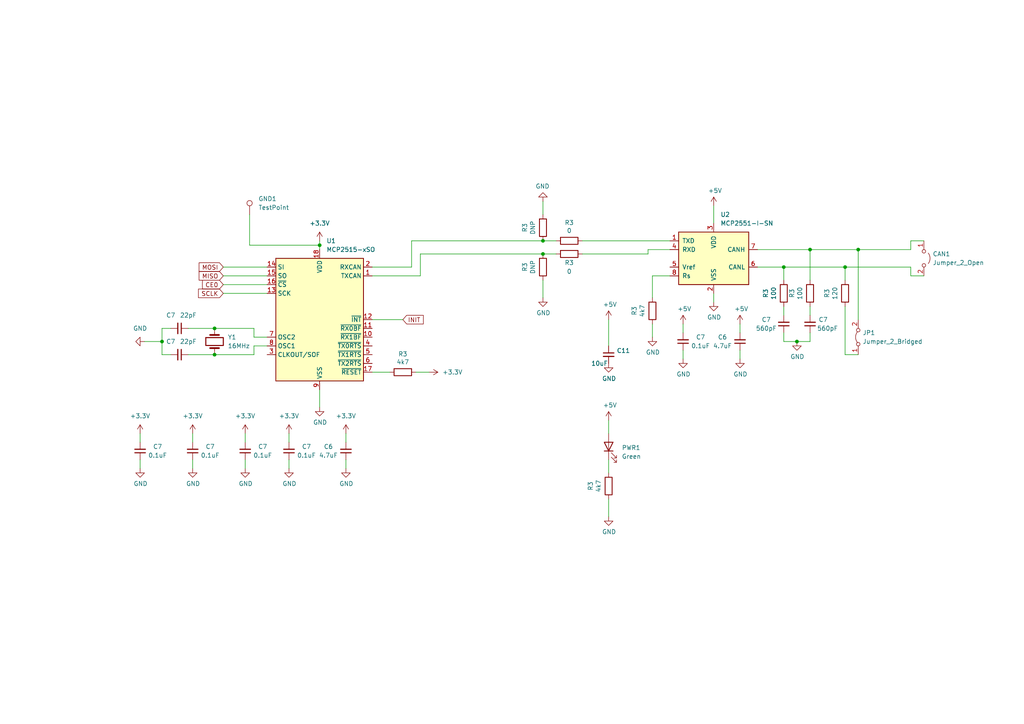
<source format=kicad_sch>
(kicad_sch (version 20230121) (generator eeschema)
  (paper "A4")
  (lib_symbols
    (symbol "Connector:TestPoint" (pin_numbers hide) (pin_names (offset 0.762) hide)
      (property "Reference" "TP" (at 0 6.858 0))
      (property "Value" "TestPoint" (at 0 5.08 0))
      (symbol "TestPoint_0_1"
        (circle (center 0 3.302) (radius 0.762))
      )
      (symbol "TestPoint_1_1"
        (pin passive line (at 0 0 90) (length 2.54) (name "1") (number "1"))
      )
    )
    (symbol "Device:C_Small" (pin_numbers hide) (pin_names (offset 0.254) hide)
      (property "Reference" "C" (at 0.254 1.778 0))
      (property "Value" "C_Small" (at 0.254 -2.032 0))
      (symbol "C_Small_0_1"
        (polyline (pts (xy -1.524 -0.508) (xy 1.524 -0.508)) (stroke (width 0.3302)))
        (polyline (pts (xy -1.524 0.508) (xy 1.524 0.508)) (stroke (width 0.3048)))
      )
      (symbol "C_Small_1_1"
        (pin passive line (at 0 2.54 270) (length 2.032) (name "~") (number "1"))
        (pin passive line (at 0 -2.54 90) (length 2.032) (name "~") (number "2"))
      )
    )
    (symbol "Device:Crystal" (pin_numbers hide) (pin_names (offset 1.016) hide)
      (property "Reference" "Y" (at 0 3.81 0))
      (property "Value" "Crystal" (at 0 -3.81 0))
      (symbol "Crystal_0_1"
        (rectangle (start -1.143 2.54) (end 1.143 -2.54) (stroke (width 0.3048)))
        (polyline (pts (xy -2.54 0) (xy -1.905 0)))
        (polyline (pts (xy -1.905 -1.27) (xy -1.905 1.27)) (stroke (width 0.508)))
        (polyline (pts (xy 1.905 -1.27) (xy 1.905 1.27)) (stroke (width 0.508)))
        (polyline (pts (xy 2.54 0) (xy 1.905 0)))
      )
      (symbol "Crystal_1_1"
        (pin passive line (at -3.81 0 0) (length 1.27) (name "1") (number "1"))
        (pin passive line (at 3.81 0 180) (length 1.27) (name "2") (number "2"))
      )
    )
    (symbol "Device:LED" (pin_numbers hide) (pin_names (offset 1.016) hide)
      (property "Reference" "D" (at 0 2.54 0))
      (property "Value" "LED" (at 0 -2.54 0))
      (symbol "LED_0_1"
        (polyline (pts (xy -1.27 -1.27) (xy -1.27 1.27)) (stroke (width 0.254)))
        (polyline (pts (xy -1.27 0) (xy 1.27 0)))
        (polyline (pts (xy 1.27 -1.27) (xy 1.27 1.27) (xy -1.27 0) (xy 1.27 -1.27)) (stroke (width 0.254)))
        (polyline (pts (xy -3.048 -0.762) (xy -4.572 -2.286) (xy -3.81 -2.286) (xy -4.572 -2.286) (xy -4.572 -1.524)))
        (polyline (pts (xy -1.778 -0.762) (xy -3.302 -2.286) (xy -2.54 -2.286) (xy -3.302 -2.286) (xy -3.302 -1.524)))
      )
      (symbol "LED_1_1"
        (pin passive line (at -3.81 0 0) (length 2.54) (name "K") (number "1"))
        (pin passive line (at 3.81 0 180) (length 2.54) (name "A") (number "2"))
      )
    )
    (symbol "Device:R" (pin_numbers hide) (pin_names (offset 0))
      (property "Reference" "R" (at 2.032 0 90))
      (property "Value" "R" (at 0 0 90))
      (symbol "R_0_1"
        (rectangle (start -1.016 -2.54) (end 1.016 2.54) (stroke (width 0.254)))
      )
      (symbol "R_1_1"
        (pin passive line (at 0 3.81 270) (length 1.27) (name "~") (number "1"))
        (pin passive line (at 0 -3.81 90) (length 1.27) (name "~") (number "2"))
      )
    )
    (symbol "Interface_CAN_LIN:MCP2515-xSO"
      (property "Reference" "U" (at -10.16 19.685 0))
      (property "Value" "MCP2515-xSO" (at 19.05 20.32 0))
      (symbol "MCP2515-xSO_0_1"
        (rectangle (start -12.7 17.78) (end 12.7 -17.78) (stroke (width 0.254)) (fill (type background)))
      )
      (symbol "MCP2515-xSO_1_1"
        (pin output line (at 15.24 12.7 180) (length 2.54) (name "TXCAN") (number "1"))
        (pin output line (at 15.24 -5.08 180) (length 2.54) (name "~{RX1BF}") (number "10"))
        (pin output line (at 15.24 -2.54 180) (length 2.54) (name "~{RX0BF}") (number "11"))
        (pin output line (at 15.24 0 180) (length 2.54) (name "~{INT}") (number "12"))
        (pin input line (at -15.24 7.62 0) (length 2.54) (name "SCK") (number "13"))
        (pin input line (at -15.24 15.24 0) (length 2.54) (name "SI") (number "14"))
        (pin output line (at -15.24 12.7 0) (length 2.54) (name "SO") (number "15"))
        (pin input line (at -15.24 10.16 0) (length 2.54) (name "~{CS}") (number "16"))
        (pin input line (at 15.24 -15.24 180) (length 2.54) (name "~{RESET}") (number "17"))
        (pin power_in line (at 0 20.32 270) (length 2.54) (name "VDD") (number "18"))
        (pin input line (at 15.24 15.24 180) (length 2.54) (name "RXCAN") (number "2"))
        (pin output line (at -15.24 -10.16 0) (length 2.54) (name "CLKOUT/SOF") (number "3"))
        (pin input line (at 15.24 -7.62 180) (length 2.54) (name "~{TX0RTS}") (number "4"))
        (pin input line (at 15.24 -10.16 180) (length 2.54) (name "~{TX1RTS}") (number "5"))
        (pin input line (at 15.24 -12.7 180) (length 2.54) (name "~{TX2RTS}") (number "6"))
        (pin output line (at -15.24 -5.08 0) (length 2.54) (name "OSC2") (number "7"))
        (pin input line (at -15.24 -7.62 0) (length 2.54) (name "OSC1") (number "8"))
        (pin power_in line (at 0 -20.32 90) (length 2.54) (name "VSS") (number "9"))
      )
    )
    (symbol "Interface_CAN_LIN:MCP2551-I-SN" (pin_names (offset 1.016))
      (property "Reference" "U" (at -10.16 8.89 0))
      (property "Value" "MCP2551-I-SN" (at 2.54 8.89 0))
      (symbol "MCP2551-I-SN_0_1"
        (rectangle (start -10.16 7.62) (end 10.16 -7.62) (stroke (width 0.254)) (fill (type background)))
      )
      (symbol "MCP2551-I-SN_1_1"
        (pin input line (at -12.7 5.08 0) (length 2.54) (name "TXD") (number "1"))
        (pin power_in line (at 0 -10.16 90) (length 2.54) (name "VSS") (number "2"))
        (pin power_in line (at 0 10.16 270) (length 2.54) (name "VDD") (number "3"))
        (pin output line (at -12.7 2.54 0) (length 2.54) (name "RXD") (number "4"))
        (pin power_out line (at -12.7 -2.54 0) (length 2.54) (name "Vref") (number "5"))
        (pin bidirectional line (at 12.7 -2.54 180) (length 2.54) (name "CANL") (number "6"))
        (pin bidirectional line (at 12.7 2.54 180) (length 2.54) (name "CANH") (number "7"))
        (pin input line (at -12.7 -5.08 0) (length 2.54) (name "Rs") (number "8"))
      )
    )
    (symbol "Jumper:Jumper_2_Bridged" (pin_names (offset 0) hide)
      (property "Reference" "JP" (at 0 1.905 0))
      (property "Value" "Jumper_2_Bridged" (at 0 -2.54 0))
      (symbol "Jumper_2_Bridged_0_0"
        (circle (center -2.032 0) (radius 0.508))
        (circle (center 2.032 0) (radius 0.508))
      )
      (symbol "Jumper_2_Bridged_0_1"
        (arc (start 1.524 0.254) (mid 0 0.762) (end -1.524 0.254))
      )
      (symbol "Jumper_2_Bridged_1_1"
        (pin passive line (at -5.08 0 0) (length 2.54) (name "A") (number "1"))
        (pin passive line (at 5.08 0 180) (length 2.54) (name "B") (number "2"))
      )
    )
    (symbol "Jumper:Jumper_2_Open" (pin_names (offset 0) hide)
      (property "Reference" "JP" (at 0 2.794 0))
      (property "Value" "Jumper_2_Open" (at 0 -2.286 0))
      (symbol "Jumper_2_Open_0_0"
        (circle (center -2.032 0) (radius 0.508))
        (circle (center 2.032 0) (radius 0.508))
      )
      (symbol "Jumper_2_Open_0_1"
        (arc (start 1.524 1.27) (mid 0 1.778) (end -1.524 1.27))
      )
      (symbol "Jumper_2_Open_1_1"
        (pin passive line (at -5.08 0 0) (length 2.54) (name "A") (number "1"))
        (pin passive line (at 5.08 0 180) (length 2.54) (name "B") (number "2"))
      )
    )
    (symbol "power:+3.3V" (power) (pin_names (offset 0))
      (property "Value" "+3.3V" (at 0 3.556 0))
      (symbol "+3.3V_0_1"
        (polyline (pts (xy -0.762 1.27) (xy 0 2.54)))
        (polyline (pts (xy 0 0) (xy 0 2.54)))
        (polyline (pts (xy 0 2.54) (xy 0.762 1.27)))
      )
      (symbol "+3.3V_1_1"
        (pin power_in line (at 0 0 90) (length 0) hide (name "+3.3V") (number "1"))
      )
    )
    (symbol "power:+5V" (power) (pin_names (offset 0))
      (property "Value" "+5V" (at 0 3.556 0))
      (symbol "+5V_0_1"
        (polyline (pts (xy -0.762 1.27) (xy 0 2.54)))
        (polyline (pts (xy 0 0) (xy 0 2.54)))
        (polyline (pts (xy 0 2.54) (xy 0.762 1.27)))
      )
      (symbol "+5V_1_1"
        (pin power_in line (at 0 0 90) (length 0) hide (name "+5V") (number "1"))
      )
    )
    (symbol "power:GND" (power) (pin_names (offset 0))
      (property "Value" "GND" (at 0 -3.81 0))
      (symbol "GND_0_1"
        (polyline (pts (xy 0 0) (xy 0 -1.27) (xy 1.27 -1.27) (xy 0 -2.54) (xy -1.27 -1.27) (xy 0 -1.27)))
      )
      (symbol "GND_1_1"
        (pin power_in line (at 0 0 270) (length 0) hide (name "GND") (number "1"))
      )
    )
  )
  (junction (at 234.95 72.39))
  (junction (at 227.33 77.47))
  (junction (at 248.92 72.39))
  (junction (at 231.14 99.06))
  (junction (at 157.48 69.85))
  (junction (at 157.48 73.66))
  (junction (at 245.11 77.47))
  (junction (at 46.99 99.06))
  (junction (at 62.23 102.87))
  (junction (at 92.71 71.12))
  (junction (at 62.23 95.25))
  (wire (pts (xy 207.01 59.69) (xy 207.01 64.77)))
  (wire (pts (xy 92.71 69.85) (xy 92.71 71.12)))
  (wire (pts (xy 121.92 80.01) (xy 121.92 73.66)))
  (wire (pts (xy 264.16 72.39) (xy 248.92 72.39)))
  (wire (pts (xy 194.31 80.01) (xy 189.23 80.01)))
  (wire (pts (xy 64.77 80.01) (xy 77.47 80.01)))
  (wire (pts (xy 234.95 72.39) (xy 248.92 72.39)))
  (wire (pts (xy 73.66 97.79) (xy 73.66 95.25)))
  (wire (pts (xy 71.12 125.73) (xy 71.12 128.27)))
  (wire (pts (xy 72.39 71.12) (xy 92.71 71.12)))
  (wire (pts (xy 207.01 85.09) (xy 207.01 87.63)))
  (wire (pts (xy 54.61 95.25) (xy 62.23 95.25)))
  (wire (pts (xy 64.77 82.55) (xy 77.47 82.55)))
  (wire (pts (xy 41.91 99.06) (xy 46.99 99.06)))
  (wire (pts (xy 264.16 72.39) (xy 264.16 69.85)))
  (wire (pts (xy 227.33 99.06) (xy 231.14 99.06)))
  (wire (pts (xy 264.16 69.85) (xy 267.97 69.85)))
  (wire (pts (xy 214.63 101.6) (xy 214.63 104.14)))
  (wire (pts (xy 100.33 125.73) (xy 100.33 128.27)))
  (wire (pts (xy 198.12 101.6) (xy 198.12 104.14)))
  (wire (pts (xy 55.88 125.73) (xy 55.88 128.27)))
  (wire (pts (xy 73.66 100.33) (xy 73.66 102.87)))
  (wire (pts (xy 264.16 80.01) (xy 267.97 80.01)))
  (wire (pts (xy 187.96 72.39) (xy 187.96 73.66)))
  (wire (pts (xy 119.38 77.47) (xy 119.38 69.85)))
  (wire (pts (xy 73.66 95.25) (xy 62.23 95.25)))
  (wire (pts (xy 176.53 133.35) (xy 176.53 137.16)))
  (wire (pts (xy 107.95 107.95) (xy 113.03 107.95)))
  (wire (pts (xy 176.53 144.78) (xy 176.53 149.86)))
  (wire (pts (xy 49.53 95.25) (xy 46.99 95.25)))
  (wire (pts (xy 72.39 62.23) (xy 72.39 71.12)))
  (wire (pts (xy 46.99 99.06) (xy 46.99 102.87)))
  (wire (pts (xy 227.33 88.9) (xy 227.33 91.44)))
  (wire (pts (xy 189.23 93.98) (xy 189.23 97.79)))
  (wire (pts (xy 234.95 99.06) (xy 231.14 99.06)))
  (wire (pts (xy 245.11 77.47) (xy 264.16 77.47)))
  (wire (pts (xy 73.66 102.87) (xy 62.23 102.87)))
  (wire (pts (xy 121.92 73.66) (xy 157.48 73.66)))
  (wire (pts (xy 107.95 77.47) (xy 119.38 77.47)))
  (wire (pts (xy 176.53 92.71) (xy 176.53 100.33)))
  (wire (pts (xy 198.12 93.98) (xy 198.12 96.52)))
  (wire (pts (xy 120.65 107.95) (xy 124.46 107.95)))
  (wire (pts (xy 227.33 77.47) (xy 227.33 81.28)))
  (wire (pts (xy 194.31 72.39) (xy 187.96 72.39)))
  (wire (pts (xy 157.48 69.85) (xy 161.29 69.85)))
  (wire (pts (xy 245.11 102.87) (xy 248.92 102.87)))
  (wire (pts (xy 245.11 88.9) (xy 245.11 102.87)))
  (wire (pts (xy 54.61 102.87) (xy 62.23 102.87)))
  (wire (pts (xy 214.63 93.98) (xy 214.63 96.52)))
  (wire (pts (xy 219.71 77.47) (xy 227.33 77.47)))
  (wire (pts (xy 227.33 96.52) (xy 227.33 99.06)))
  (wire (pts (xy 46.99 95.25) (xy 46.99 99.06)))
  (wire (pts (xy 157.48 58.42) (xy 157.48 62.23)))
  (wire (pts (xy 55.88 133.35) (xy 55.88 135.89)))
  (wire (pts (xy 187.96 73.66) (xy 168.91 73.66)))
  (wire (pts (xy 71.12 133.35) (xy 71.12 135.89)))
  (wire (pts (xy 100.33 133.35) (xy 100.33 135.89)))
  (wire (pts (xy 245.11 81.28) (xy 245.11 77.47)))
  (wire (pts (xy 64.77 85.09) (xy 77.47 85.09)))
  (wire (pts (xy 119.38 69.85) (xy 157.48 69.85)))
  (wire (pts (xy 107.95 92.71) (xy 116.84 92.71)))
  (wire (pts (xy 176.53 121.92) (xy 176.53 125.73)))
  (wire (pts (xy 219.71 72.39) (xy 234.95 72.39)))
  (wire (pts (xy 40.64 133.35) (xy 40.64 135.89)))
  (wire (pts (xy 77.47 97.79) (xy 73.66 97.79)))
  (wire (pts (xy 77.47 100.33) (xy 73.66 100.33)))
  (wire (pts (xy 92.71 113.03) (xy 92.71 118.11)))
  (wire (pts (xy 157.48 81.28) (xy 157.48 86.36)))
  (wire (pts (xy 83.82 125.73) (xy 83.82 128.27)))
  (wire (pts (xy 234.95 88.9) (xy 234.95 91.44)))
  (wire (pts (xy 264.16 77.47) (xy 264.16 80.01)))
  (wire (pts (xy 46.99 102.87) (xy 49.53 102.87)))
  (wire (pts (xy 64.77 77.47) (xy 77.47 77.47)))
  (wire (pts (xy 107.95 80.01) (xy 121.92 80.01)))
  (wire (pts (xy 157.48 73.66) (xy 161.29 73.66)))
  (wire (pts (xy 92.71 71.12) (xy 92.71 72.39)))
  (wire (pts (xy 168.91 69.85) (xy 194.31 69.85)))
  (wire (pts (xy 189.23 80.01) (xy 189.23 86.36)))
  (wire (pts (xy 245.11 77.47) (xy 227.33 77.47)))
  (wire (pts (xy 234.95 96.52) (xy 234.95 99.06)))
  (wire (pts (xy 248.92 72.39) (xy 248.92 92.71)))
  (wire (pts (xy 83.82 133.35) (xy 83.82 135.89)))
  (wire (pts (xy 40.64 125.73) (xy 40.64 128.27)))
  (wire (pts (xy 234.95 72.39) (xy 234.95 81.28)))
  (global_label "MISO" (shape input) (at 64.77 80.01 180) (property "Intersheetrefs" "${INTERSHEET_REFS}" (effects hide)))
  (global_label "INIT" (shape input) (at 116.84 92.71 0) (property "Intersheetrefs" "${INTERSHEET_REFS}" (effects hide)))
  (global_label "CE0" (shape input) (at 64.77 82.55 180) (property "Intersheetrefs" "${INTERSHEET_REFS}" (effects hide)))
  (global_label "SCLK" (shape input) (at 64.77 85.09 180) (property "Intersheetrefs" "${INTERSHEET_REFS}" (effects hide)))
  (global_label "MOSI" (shape input) (at 64.77 77.47 180) (property "Intersheetrefs" "${INTERSHEET_REFS}" (effects hide)))
  (symbol (lib_id "power:+5V") (at 214.63 93.98 0) (unit 1)
    (property "Reference" "#PWR08" (effects hide))
    (property "Value" "+5V" (at 215.011 89.5858 0))
    (instances (project "LTP305_ESP32_CLOCK" (path "" (reference "#PWR08") (unit 1))) (project "ltp_kikad" (path "" (reference "#PWR035") (unit 1)) (path "" (reference "#PWR049") (unit 1))))
  )
  (symbol (lib_id "power:GND") (at 40.64 135.89 0) (unit 1)
    (property "Reference" "#PWR09" (effects hide))
    (property "Value" "GND" (at 40.767 140.2842 0))
    (instances (project "LTP305_ESP32_CLOCK" (path "" (reference "#PWR09") (unit 1))) (project "ltp_kikad" (path "" (reference "#PWR03") (unit 1)) (path "" (reference "#PWR065") (unit 1))))
  )
  (symbol (lib_id "power:GND") (at 189.23 97.79 0) (unit 1)
    (property "Reference" "#PWR09" (effects hide))
    (property "Value" "GND" (at 189.357 102.1842 0))
    (instances (project "LTP305_ESP32_CLOCK" (path "" (reference "#PWR09") (unit 1))) (project "ltp_kikad" (path "" (reference "#PWR03") (unit 1)) (path "" (reference "#PWR051") (unit 1))))
  )
  (symbol (lib_id "power:GND") (at 157.48 58.42 180) (unit 1)
    (property "Reference" "#PWR09" (effects hide))
    (property "Value" "GND" (at 157.353 54.0258 0))
    (instances (project "LTP305_ESP32_CLOCK" (path "" (reference "#PWR09") (unit 1))) (project "ltp_kikad" (path "" (reference "#PWR03") (unit 1)) (path "" (reference "#PWR054") (unit 1))))
  )
  (symbol (lib_id "Device:R") (at 157.48 77.47 180) (unit 1)
    (property "Reference" "R3" (at 152.2222 77.47 90))
    (property "Value" "DNP" (at 154.5336 77.47 90))
    (property "Footprint" "Resistor_SMD:R_0603_1608Metric" (effects hide))
    (instances (project "LTP305_ESP32_CLOCK" (path "" (reference "R3") (unit 1))) (project "ltp_kikad" (path "" (reference "R2") (unit 1)) (path "" (reference "R14") (unit 1))))
  )
  (symbol (lib_id "power:+3.3V") (at 124.46 107.95 270) (unit 1)
    (property "Reference" "#PWR053" (effects hide))
    (property "Value" "+3.3V" (at 128.27 107.95 90) (effects (justify left)))
  )
  (symbol (lib_id "Device:R") (at 116.84 107.95 90) (unit 1)
    (property "Reference" "R3" (at 116.84 102.6922 90))
    (property "Value" "4k7" (at 116.84 105.0036 90))
    (property "Footprint" "Resistor_SMD:R_0603_1608Metric" (effects hide))
    (instances (project "LTP305_ESP32_CLOCK" (path "" (reference "R3") (unit 1))) (project "ltp_kikad" (path "" (reference "R2") (unit 1)) (path "" (reference "R10") (unit 1))))
  )
  (symbol (lib_id "Device:R") (at 189.23 90.17 180) (unit 1)
    (property "Reference" "R3" (at 183.9722 90.17 90))
    (property "Value" "4k7" (at 186.2836 90.17 90))
    (property "Footprint" "Resistor_SMD:R_0603_1608Metric" (effects hide))
    (instances (project "LTP305_ESP32_CLOCK" (path "" (reference "R3") (unit 1))) (project "ltp_kikad" (path "" (reference "R2") (unit 1)) (path "" (reference "R6") (unit 1))))
  )
  (symbol (lib_id "power:GND") (at 176.53 149.86 0) (unit 1)
    (property "Reference" "#PWR038" (effects hide))
    (property "Value" "GND" (at 176.657 154.2542 0))
    (instances (project "LTP305_ESP32_CLOCK" (path "" (reference "#PWR038") (unit 1))) (project "ltp_kikad" (path "" (reference "#PWR057") (unit 1)) (path "" (reference "#PWR067") (unit 1))))
  )
  (symbol (lib_id "power:GND") (at 92.71 118.11 0) (unit 1)
    (property "Reference" "#PWR09" (effects hide))
    (property "Value" "GND" (at 92.837 122.5042 0))
    (instances (project "LTP305_ESP32_CLOCK" (path "" (reference "#PWR09") (unit 1))) (project "ltp_kikad" (path "" (reference "#PWR03") (unit 1)) (path "" (reference "#PWR038") (unit 1))))
  )
  (symbol (lib_id "Device:C_Small") (at 227.33 93.98 180) (unit 1)
    (property "Reference" "C7" (at 222.25 92.71 0))
    (property "Value" "560pF" (at 222.25 95.25 0))
    (property "Footprint" "Capacitor_SMD:C_0603_1608Metric" (effects hide))
    (instances (project "LTP305_ESP32_CLOCK" (path "" (reference "C7") (unit 1))) (project "ltp_kikad" (path "" (reference "C4") (unit 1)) (path "" (reference "C25") (unit 1))))
  )
  (symbol (lib_id "Device:R") (at 245.11 85.09 180) (unit 1)
    (property "Reference" "R3" (at 239.8522 85.09 90))
    (property "Value" "120" (at 242.1636 85.09 90))
    (property "Footprint" "Resistor_SMD:R_0805_2012Metric_Pad1.20x1.40mm_HandSolder" (effects hide))
    (instances (project "LTP305_ESP32_CLOCK" (path "" (reference "R3") (unit 1))) (project "ltp_kikad" (path "" (reference "R2") (unit 1)) (path "" (reference "R9") (unit 1))))
  )
  (symbol (lib_id "Jumper:Jumper_2_Bridged") (at 248.92 97.79 90) (unit 1)
    (property "Reference" "JP1" (at 250.19 96.52 90) (effects (justify right)))
    (property "Value" "Jumper_2_Bridged" (at 250.19 99.06 90) (effects (justify right)))
    (property "Footprint" "TestPoint:TestPoint_2Pads_Pitch2.54mm_Drill0.8mm" (effects hide))
  )
  (symbol (lib_id "power:+5V") (at 207.01 59.69 0) (unit 1)
    (property "Reference" "#PWR08" (effects hide))
    (property "Value" "+5V" (at 207.391 55.2958 0))
    (instances (project "LTP305_ESP32_CLOCK" (path "" (reference "#PWR08") (unit 1))) (project "ltp_kikad" (path "" (reference "#PWR035") (unit 1)) (path "" (reference "#PWR040") (unit 1))))
  )
  (symbol (lib_id "power:+3.3V") (at 40.64 125.73 0) (unit 1)
    (property "Reference" "#PWR064" (effects hide))
    (property "Value" "+3.3V" (at 40.64 120.65 0))
  )
  (symbol (lib_id "Device:R") (at 227.33 85.09 180) (unit 1)
    (property "Reference" "R3" (at 222.0722 85.09 90))
    (property "Value" "100" (at 224.3836 85.09 90))
    (property "Footprint" "Resistor_SMD:R_0603_1608Metric" (effects hide))
    (instances (project "LTP305_ESP32_CLOCK" (path "" (reference "R3") (unit 1))) (project "ltp_kikad" (path "" (reference "R2") (unit 1)) (path "" (reference "R7") (unit 1))))
  )
  (symbol (lib_id "Jumper:Jumper_2_Open") (at 267.97 74.93 270) (unit 1)
    (property "Reference" "CAN1" (at 270.51 73.66 90) (effects (justify left)))
    (property "Value" "Jumper_2_Open" (at 270.51 76.2 90) (effects (justify left)))
    (property "Footprint" "TestPoint:TestPoint_2Pads_Pitch2.54mm_Drill0.8mm" (effects hide))
  )
  (symbol (lib_id "Interface_CAN_LIN:MCP2551-I-SN") (at 207.01 74.93 0) (unit 1)
    (property "Reference" "U2" (at 208.9659 62.23 0) (effects (justify left)))
    (property "Value" "MCP2551-I-SN" (at 208.9659 64.77 0) (effects (justify left)))
    (property "Footprint" "Package_SO:SOIC-8_3.9x4.9mm_P1.27mm" (effects hide))
    (property "Datasheet" "http://ww1.microchip.com/downloads/en/devicedoc/21667d.pdf" (effects hide))
  )
  (symbol (lib_id "Device:C_Small") (at 52.07 95.25 270) (unit 1)
    (property "Reference" "C7" (at 49.53 91.44 90))
    (property "Value" "22pF" (at 54.61 91.44 90))
    (property "Footprint" "Capacitor_SMD:C_0603_1608Metric" (effects hide))
    (instances (project "LTP305_ESP32_CLOCK" (path "" (reference "C7") (unit 1))) (project "ltp_kikad" (path "" (reference "C4") (unit 1)) (path "" (reference "C23") (unit 1))))
  )
  (symbol (lib_id "power:GND") (at 41.91 99.06 270) (unit 1)
    (property "Reference" "#PWR09" (effects hide))
    (property "Value" "GND" (at 40.64 95.25 90))
    (instances (project "LTP305_ESP32_CLOCK" (path "" (reference "#PWR09") (unit 1))) (project "ltp_kikad" (path "" (reference "#PWR03") (unit 1)) (path "" (reference "#PWR050") (unit 1))))
  )
  (symbol (lib_id "power:GND") (at 207.01 87.63 0) (unit 1)
    (property "Reference" "#PWR09" (effects hide))
    (property "Value" "GND" (at 207.137 92.0242 0))
    (instances (project "LTP305_ESP32_CLOCK" (path "" (reference "#PWR09") (unit 1))) (project "ltp_kikad" (path "" (reference "#PWR03") (unit 1)) (path "" (reference "#PWR039") (unit 1))))
  )
  (symbol (lib_id "power:+5V") (at 176.53 121.92 0) (unit 1)
    (property "Reference" "#PWR08" (effects hide))
    (property "Value" "+5V" (at 176.911 117.5258 0))
    (instances (project "LTP305_ESP32_CLOCK" (path "" (reference "#PWR08") (unit 1))) (project "ltp_kikad" (path "" (reference "#PWR056") (unit 1)) (path "" (reference "#PWR066") (unit 1))))
  )
  (symbol (lib_id "power:+3.3V") (at 100.33 125.73 0) (unit 1)
    (property "Reference" "#PWR045" (effects hide))
    (property "Value" "+3.3V" (at 100.33 120.65 0))
  )
  (symbol (lib_id "Device:R") (at 234.95 85.09 180) (unit 1)
    (property "Reference" "R3" (at 229.6922 85.09 90))
    (property "Value" "100" (at 232.0036 85.09 90))
    (property "Footprint" "Resistor_SMD:R_0603_1608Metric" (effects hide))
    (instances (project "LTP305_ESP32_CLOCK" (path "" (reference "R3") (unit 1))) (project "ltp_kikad" (path "" (reference "R2") (unit 1)) (path "" (reference "R8") (unit 1))))
  )
  (symbol (lib_id "Device:C_Small") (at 100.33 130.81 180) (unit 1)
    (property "Reference" "C6" (at 95.25 129.54 0))
    (property "Value" "4.7uF" (at 95.25 132.08 0))
    (property "Footprint" "Capacitor_SMD:C_0603_1608Metric" (effects hide))
    (instances (project "LTP305_ESP32_CLOCK" (path "" (reference "C6") (unit 1))) (project "ltp_kikad" (path "" (reference "C3") (unit 1)) (path "" (reference "C19") (unit 1))))
  )
  (symbol (lib_id "power:GND") (at 176.53 105.41 0) (unit 1)
    (property "Reference" "#PWR038" (effects hide))
    (property "Value" "GND" (at 176.657 109.8042 0))
    (instances (project "LTP305_ESP32_CLOCK" (path "" (reference "#PWR038") (unit 1))) (project "ltp_kikad" (path "" (reference "#PWR057") (unit 1)) (path "" (reference "#PWR057") (unit 1))))
  )
  (symbol (lib_id "power:GND") (at 157.48 86.36 0) (unit 1)
    (property "Reference" "#PWR09" (effects hide))
    (property "Value" "GND" (at 157.607 90.7542 0))
    (instances (project "LTP305_ESP32_CLOCK" (path "" (reference "#PWR09") (unit 1))) (project "ltp_kikad" (path "" (reference "#PWR03") (unit 1)) (path "" (reference "#PWR055") (unit 1))))
  )
  (symbol (lib_id "power:GND") (at 55.88 135.89 0) (unit 1)
    (property "Reference" "#PWR09" (effects hide))
    (property "Value" "GND" (at 56.007 140.2842 0))
    (instances (project "LTP305_ESP32_CLOCK" (path "" (reference "#PWR09") (unit 1))) (project "ltp_kikad" (path "" (reference "#PWR03") (unit 1)) (path "" (reference "#PWR063") (unit 1))))
  )
  (symbol (lib_id "Device:C_Small") (at 52.07 102.87 270) (unit 1)
    (property "Reference" "C7" (at 49.53 99.06 90))
    (property "Value" "22pF" (at 54.61 99.06 90))
    (property "Footprint" "Capacitor_SMD:C_0603_1608Metric" (effects hide))
    (instances (project "LTP305_ESP32_CLOCK" (path "" (reference "C7") (unit 1))) (project "ltp_kikad" (path "" (reference "C4") (unit 1)) (path "" (reference "C24") (unit 1))))
  )
  (symbol (lib_id "Device:R") (at 165.1 69.85 90) (unit 1)
    (property "Reference" "R3" (at 165.1 64.5922 90))
    (property "Value" "0" (at 165.1 66.9036 90))
    (property "Footprint" "Resistor_SMD:R_0603_1608Metric" (effects hide))
    (instances (project "LTP305_ESP32_CLOCK" (path "" (reference "R3") (unit 1))) (project "ltp_kikad" (path "" (reference "R2") (unit 1)) (path "" (reference "R11") (unit 1))))
  )
  (symbol (lib_id "Device:C_Small") (at 176.53 102.87 0) (unit 1)
    (property "Reference" "C11" (at 178.8668 101.7016 0) (effects (justify left)))
    (property "Value" "10uF" (at 171.45 105.41 0) (effects (justify left)))
    (property "Footprint" "Capacitor_SMD:C_0603_1608Metric" (effects hide))
    (instances (project "LTP305_ESP32_CLOCK" (path "" (reference "C11") (unit 1))) (project "ltp_kikad" (path "" (reference "C27") (unit 1)) (path "" (reference "C27") (unit 1))))
  )
  (symbol (lib_id "Device:R") (at 165.1 73.66 90) (unit 1)
    (property "Reference" "R3" (at 165.1 76.2 90))
    (property "Value" "0" (at 165.1 78.74 90))
    (property "Footprint" "Resistor_SMD:R_0603_1608Metric" (effects hide))
    (instances (project "LTP305_ESP32_CLOCK" (path "" (reference "R3") (unit 1))) (project "ltp_kikad" (path "" (reference "R2") (unit 1)) (path "" (reference "R12") (unit 1))))
  )
  (symbol (lib_id "power:+5V") (at 176.53 92.71 0) (unit 1)
    (property "Reference" "#PWR08" (effects hide))
    (property "Value" "+5V" (at 176.911 88.3158 0))
    (instances (project "LTP305_ESP32_CLOCK" (path "" (reference "#PWR08") (unit 1))) (project "ltp_kikad" (path "" (reference "#PWR056") (unit 1)) (path "" (reference "#PWR056") (unit 1))))
  )
  (symbol (lib_id "power:+3.3V") (at 83.82 125.73 0) (unit 1)
    (property "Reference" "#PWR044" (effects hide))
    (property "Value" "+3.3V" (at 83.82 120.65 0))
  )
  (symbol (lib_id "Device:C_Small") (at 55.88 130.81 180) (unit 1)
    (property "Reference" "C7" (at 60.96 129.54 0))
    (property "Value" "0.1uF" (at 60.96 132.08 0))
    (property "Footprint" "Capacitor_SMD:C_0603_1608Metric" (effects hide))
    (instances (project "LTP305_ESP32_CLOCK" (path "" (reference "C7") (unit 1))) (project "ltp_kikad" (path "" (reference "C4") (unit 1)) (path "" (reference "C29") (unit 1))))
  )
  (symbol (lib_id "Device:Crystal") (at 62.23 99.06 90) (unit 1)
    (property "Reference" "Y1" (at 66.04 97.79 90) (effects (justify right)))
    (property "Value" "16MHz" (at 66.04 100.33 90) (effects (justify right)))
    (property "Footprint" "Crystal:Crystal_SMD_HC49-SD" (effects hide))
  )
  (symbol (lib_id "power:GND") (at 231.14 99.06 0) (unit 1)
    (property "Reference" "#PWR09" (effects hide))
    (property "Value" "GND" (at 231.267 103.4542 0))
    (instances (project "LTP305_ESP32_CLOCK" (path "" (reference "#PWR09") (unit 1))) (project "ltp_kikad" (path "" (reference "#PWR03") (unit 1)) (path "" (reference "#PWR052") (unit 1))))
  )
  (symbol (lib_id "power:GND") (at 100.33 135.89 0) (unit 1)
    (property "Reference" "#PWR09" (effects hide))
    (property "Value" "GND" (at 100.457 140.2842 0))
    (instances (project "LTP305_ESP32_CLOCK" (path "" (reference "#PWR09") (unit 1))) (project "ltp_kikad" (path "" (reference "#PWR03") (unit 1)) (path "" (reference "#PWR043") (unit 1))))
  )
  (symbol (lib_id "Interface_CAN_LIN:MCP2515-xSO") (at 92.71 92.71 0) (unit 1)
    (property "Reference" "U1" (at 94.6659 69.85 0) (effects (justify left)))
    (property "Value" "MCP2515-xSO" (at 94.6659 72.39 0) (effects (justify left)))
    (property "Footprint" "Package_SO:SOIC-18W_7.5x11.6mm_P1.27mm" (effects hide))
    (property "Datasheet" "http://ww1.microchip.com/downloads/en/DeviceDoc/21801e.pdf" (effects hide))
  )
  (symbol (lib_id "power:+3.3V") (at 92.71 69.85 0) (unit 1)
    (property "Reference" "#PWR041" (effects hide))
    (property "Value" "+3.3V" (at 92.71 64.77 0))
  )
  (symbol (lib_id "Device:C_Small") (at 83.82 130.81 180) (unit 1)
    (property "Reference" "C7" (at 88.9 129.54 0))
    (property "Value" "0.1uF" (at 88.9 132.08 0))
    (property "Footprint" "Capacitor_SMD:C_0603_1608Metric" (effects hide))
    (instances (project "LTP305_ESP32_CLOCK" (path "" (reference "C7") (unit 1))) (project "ltp_kikad" (path "" (reference "C4") (unit 1)) (path "" (reference "C20") (unit 1))))
  )
  (symbol (lib_id "power:+3.3V") (at 71.12 125.73 0) (unit 1)
    (property "Reference" "#PWR060" (effects hide))
    (property "Value" "+3.3V" (at 71.12 120.65 0))
  )
  (symbol (lib_id "power:+5V") (at 198.12 93.98 0) (unit 1)
    (property "Reference" "#PWR08" (effects hide))
    (property "Value" "+5V" (at 198.501 89.5858 0))
    (instances (project "LTP305_ESP32_CLOCK" (path "" (reference "#PWR08") (unit 1))) (project "ltp_kikad" (path "" (reference "#PWR035") (unit 1)) (path "" (reference "#PWR048") (unit 1))))
  )
  (symbol (lib_id "Device:C_Small") (at 71.12 130.81 180) (unit 1)
    (property "Reference" "C7" (at 76.2 129.54 0))
    (property "Value" "0.1uF" (at 76.2 132.08 0))
    (property "Footprint" "Capacitor_SMD:C_0603_1608Metric" (effects hide))
    (instances (project "LTP305_ESP32_CLOCK" (path "" (reference "C7") (unit 1))) (project "ltp_kikad" (path "" (reference "C4") (unit 1)) (path "" (reference "C28") (unit 1))))
  )
  (symbol (lib_id "Device:C_Small") (at 214.63 99.06 180) (unit 1)
    (property "Reference" "C6" (at 209.55 97.79 0))
    (property "Value" "4.7uF" (at 209.55 100.33 0))
    (property "Footprint" "Capacitor_SMD:C_0603_1608Metric" (effects hide))
    (instances (project "LTP305_ESP32_CLOCK" (path "" (reference "C6") (unit 1))) (project "ltp_kikad" (path "" (reference "C3") (unit 1)) (path "" (reference "C22") (unit 1))))
  )
  (symbol (lib_id "power:GND") (at 71.12 135.89 0) (unit 1)
    (property "Reference" "#PWR09" (effects hide))
    (property "Value" "GND" (at 71.247 140.2842 0))
    (instances (project "LTP305_ESP32_CLOCK" (path "" (reference "#PWR09") (unit 1))) (project "ltp_kikad" (path "" (reference "#PWR03") (unit 1)) (path "" (reference "#PWR061") (unit 1))))
  )
  (symbol (lib_id "Device:R") (at 157.48 66.04 180) (unit 1)
    (property "Reference" "R3" (at 152.2222 66.04 90))
    (property "Value" "DNP" (at 154.5336 66.04 90))
    (property "Footprint" "Resistor_SMD:R_0603_1608Metric" (effects hide))
    (instances (project "LTP305_ESP32_CLOCK" (path "" (reference "R3") (unit 1))) (project "ltp_kikad" (path "" (reference "R2") (unit 1)) (path "" (reference "R13") (unit 1))))
  )
  (symbol (lib_id "Connector:TestPoint") (at 72.39 62.23 0) (unit 1)
    (property "Reference" "GND1" (at 74.93 57.658 0) (effects (justify left)))
    (property "Value" "TestPoint" (at 74.93 60.198 0) (effects (justify left)))
    (property "Footprint" "TestPoint:TestPoint_Pad_D1.0mm" (effects hide))
    (instances (project "ltp_kikad" (path "" (reference "GND1") (unit 1)) (path "" (reference "+5v1") (unit 1)) (path "" (reference "+3.3v1") (unit 1))))
  )
  (symbol (lib_id "Device:C_Small") (at 40.64 130.81 180) (unit 1)
    (property "Reference" "C7" (at 45.72 129.54 0))
    (property "Value" "0.1uF" (at 45.72 132.08 0))
    (property "Footprint" "Capacitor_SMD:C_0603_1608Metric" (effects hide))
    (instances (project "LTP305_ESP32_CLOCK" (path "" (reference "C7") (unit 1))) (project "ltp_kikad" (path "" (reference "C4") (unit 1)) (path "" (reference "C30") (unit 1))))
  )
  (symbol (lib_id "Device:C_Small") (at 198.12 99.06 180) (unit 1)
    (property "Reference" "C7" (at 203.2 97.79 0))
    (property "Value" "0.1uF" (at 203.2 100.33 0))
    (property "Footprint" "Capacitor_SMD:C_0603_1608Metric" (effects hide))
    (instances (project "LTP305_ESP32_CLOCK" (path "" (reference "C7") (unit 1))) (project "ltp_kikad" (path "" (reference "C4") (unit 1)) (path "" (reference "C21") (unit 1))))
  )
  (symbol (lib_id "Device:C_Small") (at 234.95 93.98 180) (unit 1)
    (property "Reference" "C7" (at 238.76 92.71 0))
    (property "Value" "560pF" (at 240.03 95.25 0))
    (property "Footprint" "Capacitor_SMD:C_0603_1608Metric" (effects hide))
    (instances (project "LTP305_ESP32_CLOCK" (path "" (reference "C7") (unit 1))) (project "ltp_kikad" (path "" (reference "C4") (unit 1)) (path "" (reference "C26") (unit 1))))
  )
  (symbol (lib_id "Device:LED") (at 176.53 129.54 90) (unit 1)
    (property "Reference" "PWR1" (at 180.34 129.8575 90) (effects (justify right)))
    (property "Value" "Green" (at 180.34 132.3975 90) (effects (justify right)))
    (property "Footprint" "LED_SMD:LED_0603_1608Metric_Pad1.05x0.95mm_HandSolder" (effects hide))
  )
  (symbol (lib_id "power:GND") (at 198.12 104.14 0) (unit 1)
    (property "Reference" "#PWR09" (effects hide))
    (property "Value" "GND" (at 198.247 108.5342 0))
    (instances (project "LTP305_ESP32_CLOCK" (path "" (reference "#PWR09") (unit 1))) (project "ltp_kikad" (path "" (reference "#PWR03") (unit 1)) (path "" (reference "#PWR046") (unit 1))))
  )
  (symbol (lib_id "power:GND") (at 214.63 104.14 0) (unit 1)
    (property "Reference" "#PWR09" (effects hide))
    (property "Value" "GND" (at 214.757 108.5342 0))
    (instances (project "LTP305_ESP32_CLOCK" (path "" (reference "#PWR09") (unit 1))) (project "ltp_kikad" (path "" (reference "#PWR03") (unit 1)) (path "" (reference "#PWR047") (unit 1))))
  )
  (symbol (lib_id "power:+3.3V") (at 55.88 125.73 0) (unit 1)
    (property "Reference" "#PWR062" (effects hide))
    (property "Value" "+3.3V" (at 55.88 120.65 0))
  )
  (symbol (lib_id "power:GND") (at 83.82 135.89 0) (unit 1)
    (property "Reference" "#PWR09" (effects hide))
    (property "Value" "GND" (at 83.947 140.2842 0))
    (instances (project "LTP305_ESP32_CLOCK" (path "" (reference "#PWR09") (unit 1))) (project "ltp_kikad" (path "" (reference "#PWR03") (unit 1)) (path "" (reference "#PWR042") (unit 1))))
  )
  (symbol (lib_id "Device:R") (at 176.53 140.97 180) (unit 1)
    (property "Reference" "R3" (at 171.2722 140.97 90))
    (property "Value" "4k7" (at 173.5836 140.97 90))
    (property "Footprint" "Resistor_SMD:R_0603_1608Metric" (effects hide))
    (instances (project "LTP305_ESP32_CLOCK" (path "" (reference "R3") (unit 1))) (project "ltp_kikad" (path "" (reference "R2") (unit 1)) (path "" (reference "R15") (unit 1))))
  )
)
</source>
